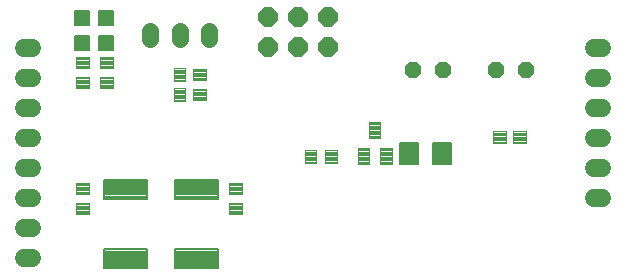
<source format=gts>
G75*
%MOIN*%
%OFA0B0*%
%FSLAX24Y24*%
%IPPOS*%
%LPD*%
%AMOC8*
5,1,8,0,0,1.08239X$1,22.5*
%
%ADD10OC8,0.0650*%
%ADD11C,0.0600*%
%ADD12C,0.0043*%
%ADD13C,0.0560*%
%ADD14C,0.0067*%
%ADD15OC8,0.0560*%
%ADD16C,0.0071*%
%ADD17C,0.0051*%
D10*
X011400Y018325D03*
X012400Y018325D03*
X013400Y018325D03*
X013400Y019325D03*
X012400Y019325D03*
X011400Y019325D03*
D11*
X003540Y011275D02*
X003260Y011275D01*
X003260Y012275D02*
X003540Y012275D01*
X003540Y013275D02*
X003260Y013275D01*
X003260Y014275D02*
X003540Y014275D01*
X003540Y015275D02*
X003260Y015275D01*
X003260Y016275D02*
X003540Y016275D01*
X003540Y017275D02*
X003260Y017275D01*
X003260Y018275D02*
X003540Y018275D01*
X022260Y018275D02*
X022540Y018275D01*
X022540Y017275D02*
X022260Y017275D01*
X022260Y016275D02*
X022540Y016275D01*
X022540Y015275D02*
X022260Y015275D01*
X022260Y014275D02*
X022540Y014275D01*
X022540Y013275D02*
X022260Y013275D01*
D12*
X020000Y015520D02*
X019570Y015520D01*
X020000Y015520D02*
X020000Y015130D01*
X019570Y015130D01*
X019570Y015520D01*
X019570Y015172D02*
X020000Y015172D01*
X020000Y015214D02*
X019570Y015214D01*
X019570Y015256D02*
X020000Y015256D01*
X020000Y015298D02*
X019570Y015298D01*
X019570Y015340D02*
X020000Y015340D01*
X020000Y015382D02*
X019570Y015382D01*
X019570Y015424D02*
X020000Y015424D01*
X020000Y015466D02*
X019570Y015466D01*
X019570Y015508D02*
X020000Y015508D01*
X019330Y015520D02*
X018900Y015520D01*
X019330Y015520D02*
X019330Y015130D01*
X018900Y015130D01*
X018900Y015520D01*
X018900Y015172D02*
X019330Y015172D01*
X019330Y015214D02*
X018900Y015214D01*
X018900Y015256D02*
X019330Y015256D01*
X019330Y015298D02*
X018900Y015298D01*
X018900Y015340D02*
X019330Y015340D01*
X019330Y015382D02*
X018900Y015382D01*
X018900Y015424D02*
X019330Y015424D01*
X019330Y015466D02*
X018900Y015466D01*
X018900Y015508D02*
X019330Y015508D01*
X015519Y014418D02*
X015129Y014418D01*
X015129Y014966D01*
X015519Y014966D01*
X015519Y014418D01*
X015519Y014460D02*
X015129Y014460D01*
X015129Y014502D02*
X015519Y014502D01*
X015519Y014544D02*
X015129Y014544D01*
X015129Y014586D02*
X015519Y014586D01*
X015519Y014628D02*
X015129Y014628D01*
X015129Y014670D02*
X015519Y014670D01*
X015519Y014712D02*
X015129Y014712D01*
X015129Y014754D02*
X015519Y014754D01*
X015519Y014796D02*
X015129Y014796D01*
X015129Y014838D02*
X015519Y014838D01*
X015519Y014880D02*
X015129Y014880D01*
X015129Y014922D02*
X015519Y014922D01*
X015519Y014964D02*
X015129Y014964D01*
X014771Y014418D02*
X014381Y014418D01*
X014381Y014966D01*
X014771Y014966D01*
X014771Y014418D01*
X014771Y014460D02*
X014381Y014460D01*
X014381Y014502D02*
X014771Y014502D01*
X014771Y014544D02*
X014381Y014544D01*
X014381Y014586D02*
X014771Y014586D01*
X014771Y014628D02*
X014381Y014628D01*
X014381Y014670D02*
X014771Y014670D01*
X014771Y014712D02*
X014381Y014712D01*
X014381Y014754D02*
X014771Y014754D01*
X014771Y014796D02*
X014381Y014796D01*
X014381Y014838D02*
X014771Y014838D01*
X014771Y014880D02*
X014381Y014880D01*
X014381Y014922D02*
X014771Y014922D01*
X014771Y014964D02*
X014381Y014964D01*
X014755Y015284D02*
X015145Y015284D01*
X014755Y015284D02*
X014755Y015832D01*
X015145Y015832D01*
X015145Y015284D01*
X015145Y015326D02*
X014755Y015326D01*
X014755Y015368D02*
X015145Y015368D01*
X015145Y015410D02*
X014755Y015410D01*
X014755Y015452D02*
X015145Y015452D01*
X015145Y015494D02*
X014755Y015494D01*
X014755Y015536D02*
X015145Y015536D01*
X015145Y015578D02*
X014755Y015578D01*
X014755Y015620D02*
X015145Y015620D01*
X015145Y015662D02*
X014755Y015662D01*
X014755Y015704D02*
X015145Y015704D01*
X015145Y015746D02*
X014755Y015746D01*
X014755Y015788D02*
X015145Y015788D01*
X015145Y015830D02*
X014755Y015830D01*
X013680Y014460D02*
X013290Y014460D01*
X013290Y014890D01*
X013680Y014890D01*
X013680Y014460D01*
X013680Y014502D02*
X013290Y014502D01*
X013290Y014544D02*
X013680Y014544D01*
X013680Y014586D02*
X013290Y014586D01*
X013290Y014628D02*
X013680Y014628D01*
X013680Y014670D02*
X013290Y014670D01*
X013290Y014712D02*
X013680Y014712D01*
X013680Y014754D02*
X013290Y014754D01*
X013290Y014796D02*
X013680Y014796D01*
X013680Y014838D02*
X013290Y014838D01*
X013290Y014880D02*
X013680Y014880D01*
X013010Y014460D02*
X012620Y014460D01*
X012620Y014890D01*
X013010Y014890D01*
X013010Y014460D01*
X013010Y014502D02*
X012620Y014502D01*
X012620Y014544D02*
X013010Y014544D01*
X013010Y014586D02*
X012620Y014586D01*
X012620Y014628D02*
X013010Y014628D01*
X013010Y014670D02*
X012620Y014670D01*
X012620Y014712D02*
X013010Y014712D01*
X013010Y014754D02*
X012620Y014754D01*
X012620Y014796D02*
X013010Y014796D01*
X013010Y014838D02*
X012620Y014838D01*
X012620Y014880D02*
X013010Y014880D01*
X010085Y013805D02*
X010085Y013415D01*
X010085Y013805D02*
X010515Y013805D01*
X010515Y013415D01*
X010085Y013415D01*
X010085Y013457D02*
X010515Y013457D01*
X010515Y013499D02*
X010085Y013499D01*
X010085Y013541D02*
X010515Y013541D01*
X010515Y013583D02*
X010085Y013583D01*
X010085Y013625D02*
X010515Y013625D01*
X010515Y013667D02*
X010085Y013667D01*
X010085Y013709D02*
X010515Y013709D01*
X010515Y013751D02*
X010085Y013751D01*
X010085Y013793D02*
X010515Y013793D01*
X010085Y013135D02*
X010085Y012745D01*
X010085Y013135D02*
X010515Y013135D01*
X010515Y012745D01*
X010085Y012745D01*
X010085Y012787D02*
X010515Y012787D01*
X010515Y012829D02*
X010085Y012829D01*
X010085Y012871D02*
X010515Y012871D01*
X010515Y012913D02*
X010085Y012913D01*
X010085Y012955D02*
X010515Y012955D01*
X010515Y012997D02*
X010085Y012997D01*
X010085Y013039D02*
X010515Y013039D01*
X010515Y013081D02*
X010085Y013081D01*
X010085Y013123D02*
X010515Y013123D01*
X009315Y016545D02*
X009315Y016935D01*
X009315Y016545D02*
X008885Y016545D01*
X008885Y016935D01*
X009315Y016935D01*
X009315Y016587D02*
X008885Y016587D01*
X008885Y016629D02*
X009315Y016629D01*
X009315Y016671D02*
X008885Y016671D01*
X008885Y016713D02*
X009315Y016713D01*
X009315Y016755D02*
X008885Y016755D01*
X008885Y016797D02*
X009315Y016797D01*
X009315Y016839D02*
X008885Y016839D01*
X008885Y016881D02*
X009315Y016881D01*
X009315Y016923D02*
X008885Y016923D01*
X008645Y016955D02*
X008645Y016525D01*
X008255Y016525D01*
X008255Y016955D01*
X008645Y016955D01*
X008645Y016567D02*
X008255Y016567D01*
X008255Y016609D02*
X008645Y016609D01*
X008645Y016651D02*
X008255Y016651D01*
X008255Y016693D02*
X008645Y016693D01*
X008645Y016735D02*
X008255Y016735D01*
X008255Y016777D02*
X008645Y016777D01*
X008645Y016819D02*
X008255Y016819D01*
X008255Y016861D02*
X008645Y016861D01*
X008645Y016903D02*
X008255Y016903D01*
X008255Y016945D02*
X008645Y016945D01*
X008645Y017195D02*
X008645Y017625D01*
X008645Y017195D02*
X008255Y017195D01*
X008255Y017625D01*
X008645Y017625D01*
X008645Y017237D02*
X008255Y017237D01*
X008255Y017279D02*
X008645Y017279D01*
X008645Y017321D02*
X008255Y017321D01*
X008255Y017363D02*
X008645Y017363D01*
X008645Y017405D02*
X008255Y017405D01*
X008255Y017447D02*
X008645Y017447D01*
X008645Y017489D02*
X008255Y017489D01*
X008255Y017531D02*
X008645Y017531D01*
X008645Y017573D02*
X008255Y017573D01*
X008255Y017615D02*
X008645Y017615D01*
X009315Y017605D02*
X009315Y017215D01*
X008885Y017215D01*
X008885Y017605D01*
X009315Y017605D01*
X009315Y017257D02*
X008885Y017257D01*
X008885Y017299D02*
X009315Y017299D01*
X009315Y017341D02*
X008885Y017341D01*
X008885Y017383D02*
X009315Y017383D01*
X009315Y017425D02*
X008885Y017425D01*
X008885Y017467D02*
X009315Y017467D01*
X009315Y017509D02*
X008885Y017509D01*
X008885Y017551D02*
X009315Y017551D01*
X009315Y017593D02*
X008885Y017593D01*
X006215Y017615D02*
X006215Y018005D01*
X006215Y017615D02*
X005785Y017615D01*
X005785Y018005D01*
X006215Y018005D01*
X006215Y017657D02*
X005785Y017657D01*
X005785Y017699D02*
X006215Y017699D01*
X006215Y017741D02*
X005785Y017741D01*
X005785Y017783D02*
X006215Y017783D01*
X006215Y017825D02*
X005785Y017825D01*
X005785Y017867D02*
X006215Y017867D01*
X006215Y017909D02*
X005785Y017909D01*
X005785Y017951D02*
X006215Y017951D01*
X006215Y017993D02*
X005785Y017993D01*
X005415Y018005D02*
X005415Y017615D01*
X004985Y017615D01*
X004985Y018005D01*
X005415Y018005D01*
X005415Y017657D02*
X004985Y017657D01*
X004985Y017699D02*
X005415Y017699D01*
X005415Y017741D02*
X004985Y017741D01*
X004985Y017783D02*
X005415Y017783D01*
X005415Y017825D02*
X004985Y017825D01*
X004985Y017867D02*
X005415Y017867D01*
X005415Y017909D02*
X004985Y017909D01*
X004985Y017951D02*
X005415Y017951D01*
X005415Y017993D02*
X004985Y017993D01*
X005415Y017335D02*
X005415Y016945D01*
X004985Y016945D01*
X004985Y017335D01*
X005415Y017335D01*
X005415Y016987D02*
X004985Y016987D01*
X004985Y017029D02*
X005415Y017029D01*
X005415Y017071D02*
X004985Y017071D01*
X004985Y017113D02*
X005415Y017113D01*
X005415Y017155D02*
X004985Y017155D01*
X004985Y017197D02*
X005415Y017197D01*
X005415Y017239D02*
X004985Y017239D01*
X004985Y017281D02*
X005415Y017281D01*
X005415Y017323D02*
X004985Y017323D01*
X006215Y017335D02*
X006215Y016945D01*
X005785Y016945D01*
X005785Y017335D01*
X006215Y017335D01*
X006215Y016987D02*
X005785Y016987D01*
X005785Y017029D02*
X006215Y017029D01*
X006215Y017071D02*
X005785Y017071D01*
X005785Y017113D02*
X006215Y017113D01*
X006215Y017155D02*
X005785Y017155D01*
X005785Y017197D02*
X006215Y017197D01*
X006215Y017239D02*
X005785Y017239D01*
X005785Y017281D02*
X006215Y017281D01*
X006215Y017323D02*
X005785Y017323D01*
X005415Y013805D02*
X005415Y013415D01*
X004985Y013415D01*
X004985Y013805D01*
X005415Y013805D01*
X005415Y013457D02*
X004985Y013457D01*
X004985Y013499D02*
X005415Y013499D01*
X005415Y013541D02*
X004985Y013541D01*
X004985Y013583D02*
X005415Y013583D01*
X005415Y013625D02*
X004985Y013625D01*
X004985Y013667D02*
X005415Y013667D01*
X005415Y013709D02*
X004985Y013709D01*
X004985Y013751D02*
X005415Y013751D01*
X005415Y013793D02*
X004985Y013793D01*
X005415Y013135D02*
X005415Y012745D01*
X004985Y012745D01*
X004985Y013135D01*
X005415Y013135D01*
X005415Y012787D02*
X004985Y012787D01*
X004985Y012829D02*
X005415Y012829D01*
X005415Y012871D02*
X004985Y012871D01*
X004985Y012913D02*
X005415Y012913D01*
X005415Y012955D02*
X004985Y012955D01*
X004985Y012997D02*
X005415Y012997D01*
X005415Y013039D02*
X004985Y013039D01*
X004985Y013081D02*
X005415Y013081D01*
X005415Y013123D02*
X004985Y013123D01*
D13*
X007466Y018605D02*
X007466Y018865D01*
X008450Y018865D02*
X008450Y018605D01*
X009435Y018605D02*
X009435Y018865D01*
D14*
X015788Y015117D02*
X016392Y015117D01*
X016392Y014433D01*
X015788Y014433D01*
X015788Y015117D01*
X015788Y014499D02*
X016392Y014499D01*
X016392Y014565D02*
X015788Y014565D01*
X015788Y014631D02*
X016392Y014631D01*
X016392Y014697D02*
X015788Y014697D01*
X015788Y014763D02*
X016392Y014763D01*
X016392Y014829D02*
X015788Y014829D01*
X015788Y014895D02*
X016392Y014895D01*
X016392Y014961D02*
X015788Y014961D01*
X015788Y015027D02*
X016392Y015027D01*
X016392Y015093D02*
X015788Y015093D01*
X016908Y015117D02*
X017512Y015117D01*
X017512Y014433D01*
X016908Y014433D01*
X016908Y015117D01*
X016908Y014499D02*
X017512Y014499D01*
X017512Y014565D02*
X016908Y014565D01*
X016908Y014631D02*
X017512Y014631D01*
X017512Y014697D02*
X016908Y014697D01*
X016908Y014763D02*
X017512Y014763D01*
X017512Y014829D02*
X016908Y014829D01*
X016908Y014895D02*
X017512Y014895D01*
X017512Y014961D02*
X016908Y014961D01*
X016908Y015027D02*
X017512Y015027D01*
X017512Y015093D02*
X016908Y015093D01*
D15*
X017235Y017545D03*
X016235Y017545D03*
X018985Y017545D03*
X019985Y017545D03*
D16*
X008287Y013905D02*
X008287Y013267D01*
X008287Y013905D02*
X009713Y013905D01*
X009713Y013267D01*
X008287Y013267D01*
X008287Y013337D02*
X009713Y013337D01*
X009713Y013407D02*
X008287Y013407D01*
X008287Y013477D02*
X009713Y013477D01*
X009713Y013547D02*
X008287Y013547D01*
X008287Y013617D02*
X009713Y013617D01*
X009713Y013687D02*
X008287Y013687D01*
X008287Y013757D02*
X009713Y013757D01*
X009713Y013827D02*
X008287Y013827D01*
X008287Y013897D02*
X009713Y013897D01*
X008287Y011583D02*
X008287Y010945D01*
X008287Y011583D02*
X009713Y011583D01*
X009713Y010945D01*
X008287Y010945D01*
X008287Y011015D02*
X009713Y011015D01*
X009713Y011085D02*
X008287Y011085D01*
X008287Y011155D02*
X009713Y011155D01*
X009713Y011225D02*
X008287Y011225D01*
X008287Y011295D02*
X009713Y011295D01*
X009713Y011365D02*
X008287Y011365D01*
X008287Y011435D02*
X009713Y011435D01*
X009713Y011505D02*
X008287Y011505D01*
X008287Y011575D02*
X009713Y011575D01*
X005937Y011583D02*
X005937Y010945D01*
X005937Y011583D02*
X007363Y011583D01*
X007363Y010945D01*
X005937Y010945D01*
X005937Y011015D02*
X007363Y011015D01*
X007363Y011085D02*
X005937Y011085D01*
X005937Y011155D02*
X007363Y011155D01*
X007363Y011225D02*
X005937Y011225D01*
X005937Y011295D02*
X007363Y011295D01*
X007363Y011365D02*
X005937Y011365D01*
X005937Y011435D02*
X007363Y011435D01*
X007363Y011505D02*
X005937Y011505D01*
X005937Y011575D02*
X007363Y011575D01*
X005937Y013267D02*
X005937Y013905D01*
X007363Y013905D01*
X007363Y013267D01*
X005937Y013267D01*
X005937Y013337D02*
X007363Y013337D01*
X007363Y013407D02*
X005937Y013407D01*
X005937Y013477D02*
X007363Y013477D01*
X007363Y013547D02*
X005937Y013547D01*
X005937Y013617D02*
X007363Y013617D01*
X007363Y013687D02*
X005937Y013687D01*
X005937Y013757D02*
X007363Y013757D01*
X007363Y013827D02*
X005937Y013827D01*
X005937Y013897D02*
X007363Y013897D01*
D17*
X006231Y018693D02*
X005769Y018693D01*
X006231Y018693D02*
X006231Y018231D01*
X005769Y018231D01*
X005769Y018693D01*
X005769Y018281D02*
X006231Y018281D01*
X006231Y018331D02*
X005769Y018331D01*
X005769Y018381D02*
X006231Y018381D01*
X006231Y018431D02*
X005769Y018431D01*
X005769Y018481D02*
X006231Y018481D01*
X006231Y018531D02*
X005769Y018531D01*
X005769Y018581D02*
X006231Y018581D01*
X006231Y018631D02*
X005769Y018631D01*
X005769Y018681D02*
X006231Y018681D01*
X006231Y019519D02*
X005769Y019519D01*
X006231Y019519D02*
X006231Y019057D01*
X005769Y019057D01*
X005769Y019519D01*
X005769Y019107D02*
X006231Y019107D01*
X006231Y019157D02*
X005769Y019157D01*
X005769Y019207D02*
X006231Y019207D01*
X006231Y019257D02*
X005769Y019257D01*
X005769Y019307D02*
X006231Y019307D01*
X006231Y019357D02*
X005769Y019357D01*
X005769Y019407D02*
X006231Y019407D01*
X006231Y019457D02*
X005769Y019457D01*
X005769Y019507D02*
X006231Y019507D01*
X005431Y019519D02*
X004969Y019519D01*
X005431Y019519D02*
X005431Y019057D01*
X004969Y019057D01*
X004969Y019519D01*
X004969Y019107D02*
X005431Y019107D01*
X005431Y019157D02*
X004969Y019157D01*
X004969Y019207D02*
X005431Y019207D01*
X005431Y019257D02*
X004969Y019257D01*
X004969Y019307D02*
X005431Y019307D01*
X005431Y019357D02*
X004969Y019357D01*
X004969Y019407D02*
X005431Y019407D01*
X005431Y019457D02*
X004969Y019457D01*
X004969Y019507D02*
X005431Y019507D01*
X005431Y018693D02*
X004969Y018693D01*
X005431Y018693D02*
X005431Y018231D01*
X004969Y018231D01*
X004969Y018693D01*
X004969Y018281D02*
X005431Y018281D01*
X005431Y018331D02*
X004969Y018331D01*
X004969Y018381D02*
X005431Y018381D01*
X005431Y018431D02*
X004969Y018431D01*
X004969Y018481D02*
X005431Y018481D01*
X005431Y018531D02*
X004969Y018531D01*
X004969Y018581D02*
X005431Y018581D01*
X005431Y018631D02*
X004969Y018631D01*
X004969Y018681D02*
X005431Y018681D01*
M02*

</source>
